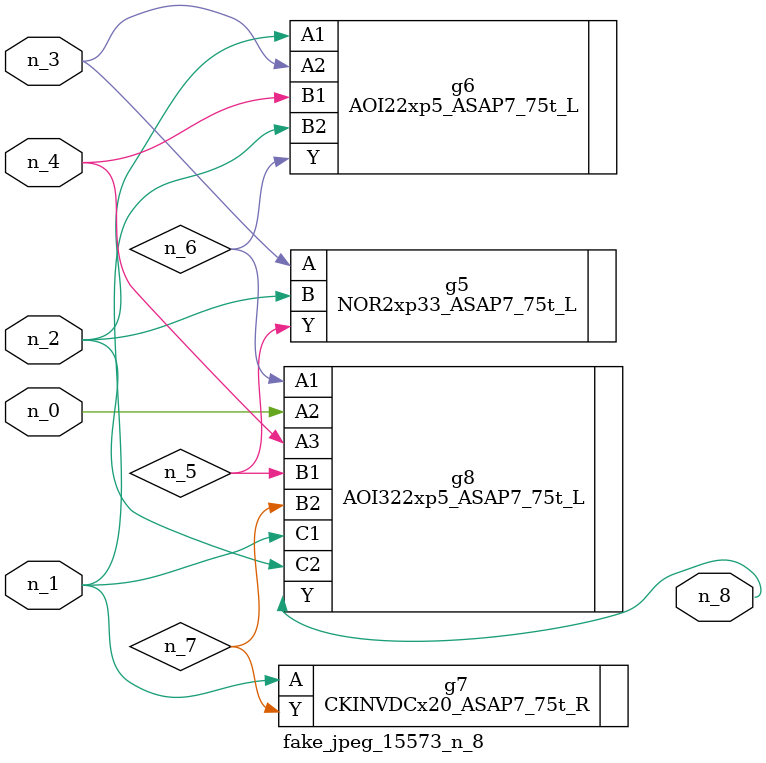
<source format=v>
module fake_jpeg_15573_n_8 (n_3, n_2, n_1, n_0, n_4, n_8);

input n_3;
input n_2;
input n_1;
input n_0;
input n_4;

output n_8;

wire n_6;
wire n_5;
wire n_7;

NOR2xp33_ASAP7_75t_L g5 ( 
.A(n_3),
.B(n_2),
.Y(n_5)
);

AOI22xp5_ASAP7_75t_L g6 ( 
.A1(n_2),
.A2(n_3),
.B1(n_4),
.B2(n_1),
.Y(n_6)
);

CKINVDCx20_ASAP7_75t_R g7 ( 
.A(n_1),
.Y(n_7)
);

AOI322xp5_ASAP7_75t_L g8 ( 
.A1(n_6),
.A2(n_0),
.A3(n_4),
.B1(n_5),
.B2(n_7),
.C1(n_1),
.C2(n_2),
.Y(n_8)
);


endmodule
</source>
